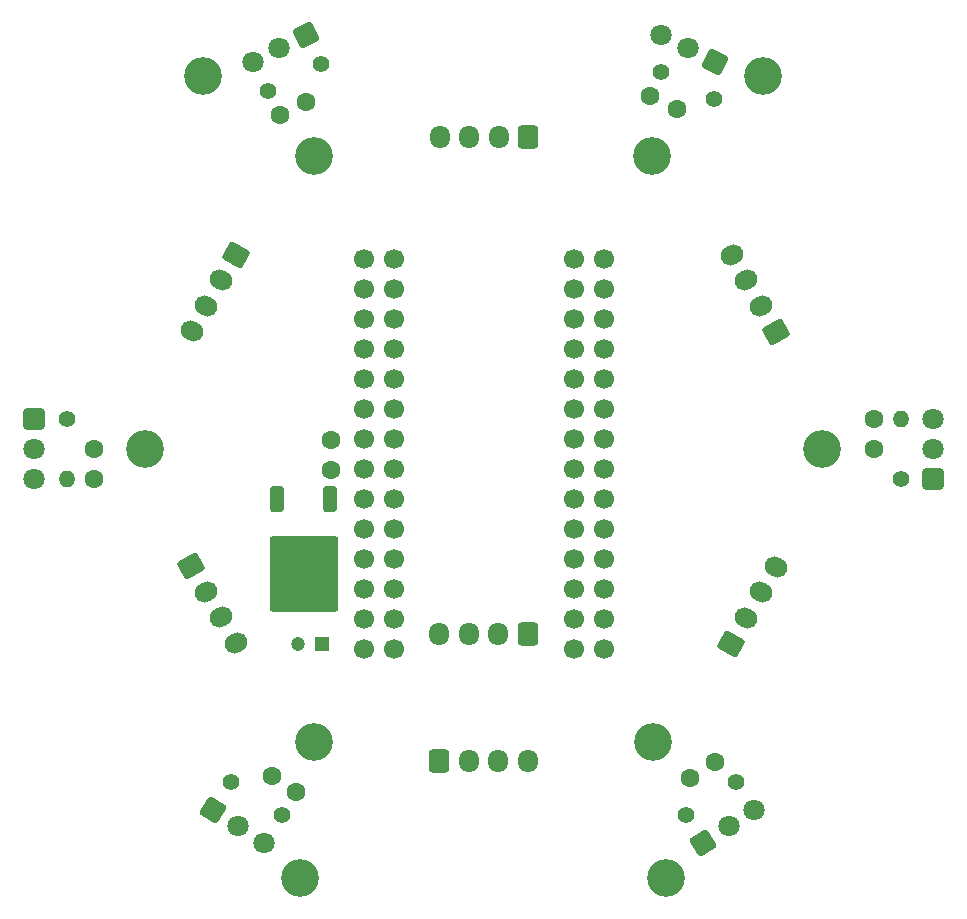
<source format=gbr>
%TF.GenerationSoftware,KiCad,Pcbnew,7.0.11*%
%TF.CreationDate,2025-01-20T02:02:22+09:00*%
%TF.ProjectId,CAM,43414d2e-6b69-4636-9164-5f7063625858,rev?*%
%TF.SameCoordinates,Original*%
%TF.FileFunction,Soldermask,Top*%
%TF.FilePolarity,Negative*%
%FSLAX46Y46*%
G04 Gerber Fmt 4.6, Leading zero omitted, Abs format (unit mm)*
G04 Created by KiCad (PCBNEW 7.0.11) date 2025-01-20 02:02:22*
%MOMM*%
%LPD*%
G01*
G04 APERTURE LIST*
G04 Aperture macros list*
%AMRoundRect*
0 Rectangle with rounded corners*
0 $1 Rounding radius*
0 $2 $3 $4 $5 $6 $7 $8 $9 X,Y pos of 4 corners*
0 Add a 4 corners polygon primitive as box body*
4,1,4,$2,$3,$4,$5,$6,$7,$8,$9,$2,$3,0*
0 Add four circle primitives for the rounded corners*
1,1,$1+$1,$2,$3*
1,1,$1+$1,$4,$5*
1,1,$1+$1,$6,$7*
1,1,$1+$1,$8,$9*
0 Add four rect primitives between the rounded corners*
20,1,$1+$1,$2,$3,$4,$5,0*
20,1,$1+$1,$4,$5,$6,$7,0*
20,1,$1+$1,$6,$7,$8,$9,0*
20,1,$1+$1,$8,$9,$2,$3,0*%
%AMHorizOval*
0 Thick line with rounded ends*
0 $1 width*
0 $2 $3 position (X,Y) of the first rounded end (center of the circle)*
0 $4 $5 position (X,Y) of the second rounded end (center of the circle)*
0 Add line between two ends*
20,1,$1,$2,$3,$4,$5,0*
0 Add two circle primitives to create the rounded ends*
1,1,$1,$2,$3*
1,1,$1,$4,$5*%
G04 Aperture macros list end*
%ADD10C,1.600000*%
%ADD11RoundRect,0.250200X0.649800X-0.649800X0.649800X0.649800X-0.649800X0.649800X-0.649800X-0.649800X0*%
%ADD12C,1.800000*%
%ADD13C,1.700000*%
%ADD14RoundRect,0.250000X-0.350000X0.850000X-0.350000X-0.850000X0.350000X-0.850000X0.350000X0.850000X0*%
%ADD15RoundRect,0.249997X-2.650003X2.950003X-2.650003X-2.950003X2.650003X-2.950003X2.650003X2.950003X0*%
%ADD16C,1.400000*%
%ADD17HorizOval,1.400000X0.000000X0.000000X0.000000X0.000000X0*%
%ADD18C,3.200000*%
%ADD19RoundRect,0.250000X0.600000X0.725000X-0.600000X0.725000X-0.600000X-0.725000X0.600000X-0.725000X0*%
%ADD20O,1.700000X1.950000*%
%ADD21O,1.400000X1.400000*%
%ADD22HorizOval,1.400000X0.000000X0.000000X0.000000X0.000000X0*%
%ADD23RoundRect,0.250200X-0.649800X0.649800X-0.649800X-0.649800X0.649800X-0.649800X0.649800X0.649800X0*%
%ADD24HorizOval,1.400000X0.000000X0.000000X0.000000X0.000000X0*%
%ADD25RoundRect,0.250000X-0.600000X-0.725000X0.600000X-0.725000X0.600000X0.725000X-0.600000X0.725000X0*%
%ADD26RoundRect,0.250000X0.927868X-0.157115X0.327868X0.882115X-0.927868X0.157115X-0.327868X-0.882115X0*%
%ADD27HorizOval,1.700000X0.108253X0.062500X-0.108253X-0.062500X0*%
%ADD28RoundRect,0.250000X-0.327868X0.882115X-0.927868X-0.157115X0.327868X-0.882115X0.927868X0.157115X0*%
%ADD29HorizOval,1.700000X-0.108253X0.062500X0.108253X-0.062500X0*%
%ADD30R,1.200000X1.200000*%
%ADD31C,1.200000*%
%ADD32HorizOval,1.400000X0.000000X0.000000X0.000000X0.000000X0*%
%ADD33RoundRect,0.250000X0.327868X-0.882115X0.927868X0.157115X-0.327868X0.882115X-0.927868X-0.157115X0*%
%ADD34RoundRect,0.250200X-0.898875X-0.191062X0.191062X-0.898875X0.898875X0.191062X-0.191062X0.898875X0*%
%ADD35RoundRect,0.250200X0.283973X0.873979X-0.873979X0.283973X-0.283973X-0.873979X0.873979X-0.283973X0*%
%ADD36RoundRect,0.250200X0.873979X0.283973X-0.283973X0.873979X-0.873979X-0.283973X0.283973X-0.873979X0*%
%ADD37RoundRect,0.250200X-0.191062X-0.898875X0.898875X-0.191062X0.191062X0.898875X-0.898875X0.191062X0*%
%ADD38RoundRect,0.250000X-0.927868X0.157115X-0.327868X-0.882115X0.927868X-0.157115X0.327868X0.882115X0*%
%ADD39HorizOval,1.700000X-0.108253X-0.062500X0.108253X0.062500X0*%
G04 APERTURE END LIST*
D10*
%TO.C,C3*%
X171990339Y-128097201D03*
X169893663Y-129458799D03*
%TD*%
D11*
%TO.C,U2*%
X190491000Y-104140000D03*
D12*
X190491000Y-101600000D03*
X190491000Y-99060000D03*
%TD*%
D13*
%TO.C,U8*%
X142240000Y-90630000D03*
X144780000Y-85550000D03*
X160020000Y-88090000D03*
X162560000Y-93170000D03*
X162560000Y-95710000D03*
X162560000Y-113490000D03*
X144780000Y-88090000D03*
X144780000Y-90630000D03*
X144780000Y-93170000D03*
X144780000Y-95710000D03*
X144780000Y-98250000D03*
X144780000Y-100790000D03*
X144780000Y-103330000D03*
X144780000Y-105870000D03*
X144780000Y-108410000D03*
X144780000Y-110950000D03*
X144780000Y-113490000D03*
X144780000Y-116030000D03*
X144780000Y-118570000D03*
X142240000Y-118570000D03*
X162560000Y-116030000D03*
X162560000Y-118570000D03*
X160020000Y-118570000D03*
X160020000Y-116030000D03*
X160020000Y-113490000D03*
X160020000Y-110950000D03*
X160020000Y-108410000D03*
X160020000Y-105870000D03*
X160020000Y-103330000D03*
X160020000Y-100790000D03*
X160020000Y-98250000D03*
X160020000Y-95710000D03*
X160020000Y-93170000D03*
X142240000Y-95710000D03*
X160020000Y-90630000D03*
X162560000Y-110950000D03*
X160020000Y-85550000D03*
X162560000Y-85550000D03*
X162560000Y-108410000D03*
X162560000Y-100790000D03*
X162560000Y-103330000D03*
X162560000Y-98250000D03*
X162560000Y-105870000D03*
X142240000Y-105870000D03*
X142240000Y-116030000D03*
X142240000Y-108410000D03*
X142240000Y-113490000D03*
X142240000Y-110950000D03*
X142240000Y-85550000D03*
X142240000Y-88090000D03*
X142240000Y-93170000D03*
X142240000Y-98250000D03*
X142240000Y-100790000D03*
X142240000Y-103330000D03*
X162560000Y-88090000D03*
X162560000Y-90630000D03*
%TD*%
D14*
%TO.C,U7*%
X134881000Y-105865000D03*
X139441000Y-105865000D03*
D15*
X137161000Y-112165000D03*
%TD*%
D10*
%TO.C,C1*%
X166530000Y-71690000D03*
X168757516Y-72824976D03*
%TD*%
D16*
%TO.C,R4*%
X131040751Y-129826720D03*
D17*
X135301197Y-132593486D03*
%TD*%
D18*
%TO.C,REF\u002A\u002A*%
X136880000Y-137930000D03*
%TD*%
D19*
%TO.C,J7*%
X156150000Y-117242000D03*
D20*
X153650000Y-117242000D03*
X151150000Y-117242000D03*
X148650000Y-117242000D03*
%TD*%
D10*
%TO.C,C8*%
X139446000Y-103358000D03*
X139446000Y-100858000D03*
%TD*%
D16*
%TO.C,R5*%
X117094000Y-99060000D03*
D21*
X117094000Y-104140000D03*
%TD*%
D16*
%TO.C,R6*%
X138634568Y-68988988D03*
D22*
X134108255Y-71295260D03*
%TD*%
D18*
%TO.C,REF\u002A\u002A*%
X138060000Y-76780000D03*
%TD*%
%TO.C,REF\u002A\u002A*%
X138040000Y-126410000D03*
%TD*%
D23*
%TO.C,U5*%
X114309000Y-99060000D03*
D12*
X114309000Y-101600000D03*
X114309000Y-104140000D03*
%TD*%
D16*
%TO.C,R3*%
X169498803Y-132593486D03*
D24*
X173759249Y-129826720D03*
%TD*%
D25*
%TO.C,J4*%
X148630000Y-128016000D03*
D20*
X151130000Y-128016000D03*
X153630000Y-128016000D03*
X156130000Y-128016000D03*
%TD*%
D26*
%TO.C,J2*%
X177161927Y-91656916D03*
D27*
X175911927Y-89491852D03*
X174661927Y-87326789D03*
X173411927Y-85161725D03*
%TD*%
D28*
%TO.C,J6*%
X131422795Y-85135584D03*
D29*
X130172795Y-87300648D03*
X128922795Y-89465711D03*
X127672795Y-91630775D03*
%TD*%
D30*
%TO.C,C7*%
X138684000Y-118110000D03*
D31*
X136684000Y-118110000D03*
%TD*%
D18*
%TO.C,REF\u002A\u002A*%
X123720000Y-101590000D03*
%TD*%
D10*
%TO.C,C5*%
X119380000Y-104140000D03*
X119380000Y-101640000D03*
%TD*%
%TO.C,C4*%
X136546242Y-130676285D03*
X134449566Y-129314687D03*
%TD*%
D16*
%TO.C,R1*%
X171950000Y-71990000D03*
D32*
X167423687Y-69683728D03*
%TD*%
D33*
%TO.C,J3*%
X173391927Y-118072916D03*
D29*
X174641927Y-115907852D03*
X175891927Y-113742789D03*
X177141927Y-111577725D03*
%TD*%
D34*
%TO.C,U4*%
X129519030Y-132169965D03*
D12*
X131649253Y-133553348D03*
X133779476Y-134936731D03*
%TD*%
D18*
%TO.C,REF\u002A\u002A*%
X181020000Y-101570000D03*
%TD*%
%TO.C,REF\u002A\u002A*%
X166700000Y-76790000D03*
%TD*%
D35*
%TO.C,U6*%
X137370204Y-66507535D03*
D12*
X135107047Y-67660671D03*
X132843891Y-68813807D03*
%TD*%
D18*
%TO.C,REF\u002A\u002A*%
X128660000Y-70010000D03*
%TD*%
D36*
%TO.C,U1*%
X171956109Y-68813806D03*
D12*
X169692952Y-67660670D03*
X167429796Y-66507534D03*
%TD*%
D19*
%TO.C,J1*%
X156170000Y-75201000D03*
D20*
X153670000Y-75201000D03*
X151170000Y-75201000D03*
X148670000Y-75201000D03*
%TD*%
D18*
%TO.C,REF\u002A\u002A*%
X176100000Y-70010000D03*
%TD*%
D37*
%TO.C,U3*%
X171015622Y-134929184D03*
D12*
X173145845Y-133545801D03*
X175276068Y-132162418D03*
%TD*%
D16*
%TO.C,R2*%
X187706000Y-104140000D03*
D21*
X187706000Y-99060000D03*
%TD*%
D18*
%TO.C,REF\u002A\u002A*%
X166710000Y-126410000D03*
%TD*%
D10*
%TO.C,C6*%
X135146077Y-73332100D03*
X137373593Y-72197124D03*
%TD*%
D38*
%TO.C,J5*%
X127652795Y-111534584D03*
D39*
X128902795Y-113699648D03*
X130152795Y-115864711D03*
X131402795Y-118029775D03*
%TD*%
D18*
%TO.C,REF\u002A\u002A*%
X167880000Y-137940000D03*
%TD*%
D10*
%TO.C,C2*%
X185420000Y-99060000D03*
X185420000Y-101560000D03*
%TD*%
M02*

</source>
